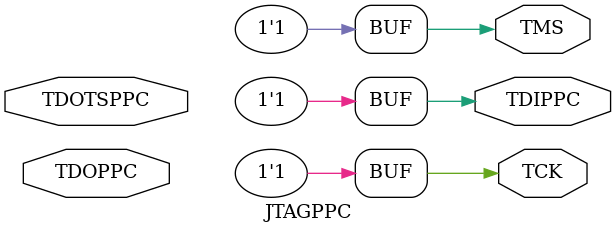
<source format=v>

/*

		: JTAG for PPC

*/

`timescale  100 ps / 10 ps

module JTAGPPC (TCK, TDIPPC, TMS, TDOPPC, TDOTSPPC);

output TCK;
output TDIPPC;
output TMS;

input TDOPPC;
input TDOTSPPC;

	assign TCK = 1'b1;
	assign TDIPPC = 1'b1;
	assign TMS = 1'b1;
endmodule

</source>
